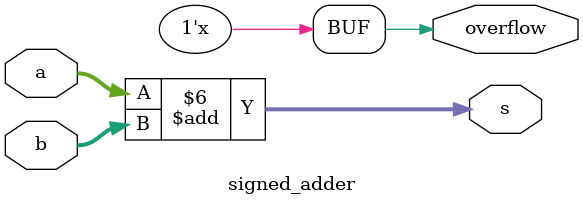
<source format=v>

module signed_adder(input [7:0] a,
    input [7:0] b,
    output [7:0] s,
    output overflow
); 

// The numbers a and b are added to the output s. 
// assign the occurence of the signed overflow of a and b to the output overflow.
// a signed overflow occurs if the most significant bits of a and b are low and the most significant bit of s is high
// a signed overflow may also occur if the most significant bits of a and b are high and the most significant bit of s is low

 assign overflow = (a[7]==1'b0) && (b[7]==1'b0) && (s[7]==1'b1);


assign s= a+b;
assign overflow = overflow_result[7]&&overflow_result[6];
 
endmodule

</source>
